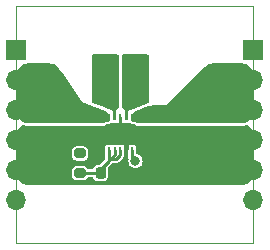
<source format=gbr>
G04 #@! TF.GenerationSoftware,KiCad,Pcbnew,(5.99.0-11522-g728b160719)*
G04 #@! TF.CreationDate,2021-08-06T10:01:17+10:00*
G04 #@! TF.ProjectId,DC-DC,44432d44-432e-46b6-9963-61645f706362,0.2*
G04 #@! TF.SameCoordinates,Original*
G04 #@! TF.FileFunction,Copper,L1,Top*
G04 #@! TF.FilePolarity,Positive*
%FSLAX46Y46*%
G04 Gerber Fmt 4.6, Leading zero omitted, Abs format (unit mm)*
G04 Created by KiCad (PCBNEW (5.99.0-11522-g728b160719)) date 2021-08-06 10:01:17*
%MOMM*%
%LPD*%
G01*
G04 APERTURE LIST*
G04 Aperture macros list*
%AMRoundRect*
0 Rectangle with rounded corners*
0 $1 Rounding radius*
0 $2 $3 $4 $5 $6 $7 $8 $9 X,Y pos of 4 corners*
0 Add a 4 corners polygon primitive as box body*
4,1,4,$2,$3,$4,$5,$6,$7,$8,$9,$2,$3,0*
0 Add four circle primitives for the rounded corners*
1,1,$1+$1,$2,$3*
1,1,$1+$1,$4,$5*
1,1,$1+$1,$6,$7*
1,1,$1+$1,$8,$9*
0 Add four rect primitives between the rounded corners*
20,1,$1+$1,$2,$3,$4,$5,0*
20,1,$1+$1,$4,$5,$6,$7,0*
20,1,$1+$1,$6,$7,$8,$9,0*
20,1,$1+$1,$8,$9,$2,$3,0*%
%AMFreePoly0*
4,1,21,-0.125000,1.200000,0.125000,1.200000,0.125000,1.700000,0.375000,1.700000,0.375000,1.200000,0.825000,1.200000,0.825000,-1.200000,0.375000,-1.200000,0.375000,-1.700000,0.125000,-1.700000,0.125000,-1.200000,-0.125000,-1.200000,-0.125000,-1.700000,-0.375000,-1.700000,-0.375000,-1.200000,-0.825000,-1.200000,-0.825000,1.200000,-0.375000,1.200000,-0.375000,1.700000,-0.125000,1.700000,
-0.125000,1.200000,-0.125000,1.200000,$1*%
G04 Aperture macros list end*
G04 #@! TA.AperFunction,Profile*
%ADD10C,0.100000*%
G04 #@! TD*
G04 #@! TA.AperFunction,SMDPad,CuDef*
%ADD11RoundRect,0.225000X-0.250000X0.225000X-0.250000X-0.225000X0.250000X-0.225000X0.250000X0.225000X0*%
G04 #@! TD*
G04 #@! TA.AperFunction,ComponentPad*
%ADD12R,1.700000X1.700000*%
G04 #@! TD*
G04 #@! TA.AperFunction,ComponentPad*
%ADD13O,1.700000X1.700000*%
G04 #@! TD*
G04 #@! TA.AperFunction,SMDPad,CuDef*
%ADD14RoundRect,0.200000X0.275000X-0.200000X0.275000X0.200000X-0.275000X0.200000X-0.275000X-0.200000X0*%
G04 #@! TD*
G04 #@! TA.AperFunction,SMDPad,CuDef*
%ADD15R,0.240000X0.600000*%
G04 #@! TD*
G04 #@! TA.AperFunction,ComponentPad*
%ADD16C,0.500000*%
G04 #@! TD*
G04 #@! TA.AperFunction,SMDPad,CuDef*
%ADD17FreePoly0,270.000000*%
G04 #@! TD*
G04 #@! TA.AperFunction,SMDPad,CuDef*
%ADD18R,0.980000X3.400000*%
G04 #@! TD*
G04 #@! TA.AperFunction,SMDPad,CuDef*
%ADD19RoundRect,0.225000X-0.225000X-0.250000X0.225000X-0.250000X0.225000X0.250000X-0.225000X0.250000X0*%
G04 #@! TD*
G04 #@! TA.AperFunction,ViaPad*
%ADD20C,0.800000*%
G04 #@! TD*
G04 #@! TA.AperFunction,Conductor*
%ADD21C,0.250000*%
G04 #@! TD*
G04 APERTURE END LIST*
D10*
X109474000Y-73152000D02*
X89408000Y-73152000D01*
X89408000Y-73152000D02*
X89408000Y-53086000D01*
X89408000Y-53086000D02*
X109474000Y-53086000D01*
X109474000Y-53086000D02*
X109474000Y-73152000D01*
D11*
G04 #@! TO.P,C3,1*
G04 #@! TO.N,+3V3*
X101643500Y-62204000D03*
G04 #@! TO.P,C3,2*
G04 #@! TO.N,GND*
X101643500Y-63754000D03*
G04 #@! TD*
G04 #@! TO.P,C1,1*
G04 #@! TO.N,VSS*
X94785500Y-62230000D03*
G04 #@! TO.P,C1,2*
G04 #@! TO.N,GND*
X94785500Y-63780000D03*
G04 #@! TD*
D12*
G04 #@! TO.P,J2,1,Pin_1*
G04 #@! TO.N,N/C*
X109474000Y-56794000D03*
D13*
G04 #@! TO.P,J2,2,Pin_2*
G04 #@! TO.N,+3V3*
X109474000Y-59334000D03*
G04 #@! TO.P,J2,3,Pin_3*
X109474000Y-61874000D03*
G04 #@! TO.P,J2,4,Pin_4*
G04 #@! TO.N,GND*
X109474000Y-64414000D03*
G04 #@! TO.P,J2,5,Pin_5*
X109474000Y-66954000D03*
G04 #@! TO.P,J2,6,Pin_6*
G04 #@! TO.N,N/C*
X109474000Y-69494000D03*
G04 #@! TD*
D12*
G04 #@! TO.P,J1,1,Pin_1*
G04 #@! TO.N,N/C*
X89408000Y-56794000D03*
D13*
G04 #@! TO.P,J1,2,Pin_2*
G04 #@! TO.N,VSS*
X89408000Y-59334000D03*
G04 #@! TO.P,J1,3,Pin_3*
X89408000Y-61874000D03*
G04 #@! TO.P,J1,4,Pin_4*
G04 #@! TO.N,GND*
X89408000Y-64414000D03*
G04 #@! TO.P,J1,5,Pin_5*
X89408000Y-66954000D03*
G04 #@! TO.P,J1,6,Pin_6*
G04 #@! TO.N,N/C*
X89408000Y-69494000D03*
G04 #@! TD*
D14*
G04 #@! TO.P,R2,1*
G04 #@! TO.N,Net-(C2-Pad1)*
X94785500Y-67183000D03*
G04 #@! TO.P,R2,2*
G04 #@! TO.N,VSS*
X94785500Y-65533000D03*
G04 #@! TD*
D15*
G04 #@! TO.P,U1,1,VOUT*
G04 #@! TO.N,+3V3*
X99214500Y-62481000D03*
G04 #@! TO.P,U1,2,L2*
G04 #@! TO.N,Net-(L1-Pad2)*
X98714500Y-62481000D03*
G04 #@! TO.P,U1,3,PGND*
G04 #@! TO.N,GND*
X98214500Y-62481000D03*
G04 #@! TO.P,U1,4,L1*
G04 #@! TO.N,Net-(L1-Pad1)*
X97714500Y-62481000D03*
G04 #@! TO.P,U1,5,VIN*
G04 #@! TO.N,VSS*
X97214500Y-62481000D03*
G04 #@! TO.P,U1,6,EN*
G04 #@! TO.N,Net-(C2-Pad1)*
X97214500Y-65281000D03*
G04 #@! TO.P,U1,7,PS/SYNC*
X97714500Y-65281000D03*
G04 #@! TO.P,U1,8,VINA*
X98214500Y-65281000D03*
G04 #@! TO.P,U1,9,GND*
G04 #@! TO.N,GND*
X98714500Y-65281000D03*
G04 #@! TO.P,U1,10,FB*
G04 #@! TO.N,+3V3*
X99214500Y-65281000D03*
D16*
G04 #@! TO.P,U1,11,PGND*
G04 #@! TO.N,GND*
X99164500Y-63881000D03*
X98214500Y-64456000D03*
X98214500Y-63306000D03*
D17*
X98214500Y-63881000D03*
D16*
X97264500Y-63881000D03*
G04 #@! TD*
D11*
G04 #@! TO.P,C4,1*
G04 #@! TO.N,+3V3*
X103548500Y-62204000D03*
G04 #@! TO.P,C4,2*
G04 #@! TO.N,GND*
X103548500Y-63754000D03*
G04 #@! TD*
D18*
G04 #@! TO.P,L1,1*
G04 #@! TO.N,Net-(L1-Pad1)*
X97029500Y-59388000D03*
G04 #@! TO.P,L1,2*
G04 #@! TO.N,Net-(L1-Pad2)*
X99399500Y-59388000D03*
G04 #@! TD*
D19*
G04 #@! TO.P,C2,1*
G04 #@! TO.N,Net-(C2-Pad1)*
X96537500Y-67183000D03*
G04 #@! TO.P,C2,2*
G04 #@! TO.N,GND*
X98087500Y-67183000D03*
G04 #@! TD*
D20*
G04 #@! TO.N,+3V3*
X99484500Y-66167000D03*
X100584000Y-62230000D03*
G04 #@! TO.N,VSS*
X94785500Y-65532000D03*
X94785500Y-62230000D03*
G04 #@! TD*
D21*
G04 #@! TO.N,GND*
X98214500Y-62481000D02*
X98214500Y-63306000D01*
G04 #@! TO.N,Net-(C2-Pad1)*
X97714500Y-65281000D02*
X97714500Y-65651000D01*
X97714500Y-65651000D02*
X97325500Y-66040000D01*
X97833500Y-66040000D02*
X97325500Y-66040000D01*
X97214500Y-66151000D02*
X97214500Y-65281000D01*
X96537500Y-66828000D02*
X97214500Y-66151000D01*
X94785500Y-67183000D02*
X96537500Y-67183000D01*
X98214500Y-65281000D02*
X98214500Y-65659000D01*
X96537500Y-67183000D02*
X96537500Y-66828000D01*
X97325500Y-66040000D02*
X97214500Y-66151000D01*
X98214500Y-65659000D02*
X97833500Y-66040000D01*
G04 #@! TO.N,+3V3*
X99214500Y-65897000D02*
X99484500Y-66167000D01*
X99214500Y-65281000D02*
X99214500Y-65897000D01*
G04 #@! TO.N,VSS*
X94785500Y-65533000D02*
X94785500Y-65532000D01*
G04 #@! TD*
G04 #@! TA.AperFunction,Conductor*
G04 #@! TO.N,VSS*
G36*
X92192099Y-57912586D02*
G01*
X92365765Y-57929401D01*
X92389591Y-57934059D01*
X92537880Y-57978242D01*
X92550936Y-57982132D01*
X92573432Y-57991277D01*
X92722551Y-58069408D01*
X92742876Y-58082700D01*
X92874244Y-58187995D01*
X92891640Y-58204938D01*
X92967126Y-58294183D01*
X93004309Y-58338144D01*
X93011703Y-58347794D01*
X93406591Y-58918187D01*
X94996000Y-61214000D01*
X96903109Y-61941804D01*
X96916939Y-61948061D01*
X97034102Y-62009833D01*
X97059024Y-62027096D01*
X97152307Y-62109981D01*
X97172383Y-62132699D01*
X97218021Y-62198963D01*
X97243159Y-62235463D01*
X97257229Y-62262325D01*
X97301404Y-62379025D01*
X97308648Y-62408470D01*
X97323381Y-62530017D01*
X97322746Y-62564890D01*
X97306867Y-62665147D01*
X97294685Y-62702638D01*
X97253854Y-62782774D01*
X97205106Y-62834390D01*
X97141587Y-62851572D01*
X97014500Y-62851572D01*
X97008432Y-62852779D01*
X96948439Y-62864712D01*
X96948438Y-62864712D01*
X96936269Y-62867133D01*
X96869948Y-62911448D01*
X96863057Y-62921761D01*
X96863053Y-62921765D01*
X96853541Y-62936001D01*
X96799065Y-62981529D01*
X96748776Y-62992000D01*
X90414187Y-62992000D01*
X90401837Y-62991393D01*
X90225260Y-62974001D01*
X90201043Y-62969185D01*
X90037190Y-62919482D01*
X90014371Y-62910029D01*
X89905005Y-62851572D01*
X89863369Y-62829317D01*
X89842842Y-62815601D01*
X89710479Y-62706974D01*
X89693026Y-62689521D01*
X89584399Y-62557158D01*
X89570681Y-62536628D01*
X89567148Y-62530017D01*
X89489971Y-62385629D01*
X89480518Y-62362809D01*
X89445704Y-62248042D01*
X89430815Y-62198957D01*
X89425998Y-62174737D01*
X89408607Y-61998163D01*
X89408000Y-61985813D01*
X89408000Y-58918187D01*
X89408607Y-58905837D01*
X89425998Y-58729263D01*
X89430815Y-58705043D01*
X89480518Y-58541190D01*
X89489971Y-58518371D01*
X89570681Y-58367372D01*
X89584399Y-58346842D01*
X89693026Y-58214479D01*
X89710479Y-58197026D01*
X89842842Y-58088399D01*
X89863369Y-58074683D01*
X90014371Y-57993971D01*
X90037191Y-57984518D01*
X90045057Y-57982132D01*
X90201043Y-57934815D01*
X90225260Y-57929999D01*
X90401837Y-57912607D01*
X90414187Y-57912000D01*
X92179956Y-57912000D01*
X92192099Y-57912586D01*
G37*
G04 #@! TD.AperFunction*
G04 #@! TD*
G04 #@! TA.AperFunction,Conductor*
G04 #@! TO.N,GND*
G36*
X99135351Y-63008033D02*
G01*
X99162946Y-63023469D01*
X99196411Y-63033295D01*
X99226744Y-63042202D01*
X99226748Y-63042203D01*
X99231067Y-63043471D01*
X99235515Y-63044111D01*
X99235522Y-63044112D01*
X99282965Y-63050933D01*
X99282972Y-63050933D01*
X99287413Y-63051572D01*
X99356178Y-63051572D01*
X99424299Y-63071574D01*
X99444476Y-63087687D01*
X99471947Y-63114673D01*
X99555757Y-63163897D01*
X99563187Y-63166079D01*
X99563188Y-63166079D01*
X99619555Y-63182630D01*
X99619559Y-63182631D01*
X99623878Y-63183899D01*
X99628326Y-63184539D01*
X99628333Y-63184540D01*
X99675776Y-63191361D01*
X99675783Y-63191361D01*
X99680224Y-63192000D01*
X108467813Y-63192000D01*
X108468544Y-63191982D01*
X108468549Y-63191982D01*
X108471366Y-63191913D01*
X108477631Y-63191759D01*
X108478424Y-63191720D01*
X108478452Y-63191719D01*
X108484517Y-63191421D01*
X108489981Y-63191152D01*
X108499767Y-63190430D01*
X108500522Y-63190356D01*
X108500541Y-63190354D01*
X108674822Y-63173188D01*
X108674826Y-63173188D01*
X108676344Y-63173038D01*
X108677841Y-63172816D01*
X108677849Y-63172815D01*
X108694233Y-63170385D01*
X108694234Y-63170385D01*
X108695750Y-63170160D01*
X108719967Y-63165344D01*
X108721452Y-63164972D01*
X108721461Y-63164970D01*
X108726759Y-63163643D01*
X108739013Y-63160573D01*
X108874485Y-63119479D01*
X108945477Y-63118846D01*
X108970452Y-63128931D01*
X109018628Y-63154682D01*
X109039158Y-63168399D01*
X109171521Y-63277026D01*
X109188974Y-63294479D01*
X109297601Y-63426842D01*
X109311319Y-63447372D01*
X109392029Y-63598371D01*
X109401482Y-63621190D01*
X109451185Y-63785043D01*
X109456002Y-63809263D01*
X109473393Y-63985837D01*
X109474000Y-63998187D01*
X109474000Y-67192813D01*
X109473393Y-67205163D01*
X109456002Y-67381737D01*
X109451185Y-67405957D01*
X109423111Y-67498506D01*
X109401482Y-67569809D01*
X109392029Y-67592629D01*
X109372934Y-67628353D01*
X109332480Y-67704039D01*
X109311319Y-67743628D01*
X109297601Y-67764158D01*
X109188974Y-67896521D01*
X109171521Y-67913974D01*
X109039158Y-68022601D01*
X109018631Y-68036317D01*
X108926417Y-68085607D01*
X108867629Y-68117029D01*
X108844810Y-68126482D01*
X108680957Y-68176185D01*
X108656740Y-68181001D01*
X108480163Y-68198393D01*
X108467813Y-68199000D01*
X90414187Y-68199000D01*
X90401837Y-68198393D01*
X90225260Y-68181001D01*
X90201043Y-68176185D01*
X90037190Y-68126482D01*
X90014371Y-68117029D01*
X89955583Y-68085607D01*
X89863369Y-68036317D01*
X89842842Y-68022601D01*
X89710479Y-67913974D01*
X89693026Y-67896521D01*
X89584399Y-67764158D01*
X89570681Y-67743628D01*
X89549521Y-67704039D01*
X89509066Y-67628353D01*
X89489971Y-67592629D01*
X89480518Y-67569809D01*
X89458889Y-67498506D01*
X89430815Y-67405957D01*
X89425998Y-67381737D01*
X89408607Y-67205163D01*
X89408000Y-67192813D01*
X89408000Y-66951481D01*
X94110000Y-66951481D01*
X94110001Y-67414518D01*
X94110776Y-67419411D01*
X94110776Y-67419412D01*
X94118232Y-67466488D01*
X94124854Y-67508304D01*
X94129357Y-67517141D01*
X94129357Y-67517142D01*
X94135145Y-67528502D01*
X94182450Y-67621342D01*
X94272158Y-67711050D01*
X94385196Y-67768646D01*
X94394985Y-67770196D01*
X94394987Y-67770197D01*
X94422264Y-67774517D01*
X94478981Y-67783500D01*
X94785438Y-67783500D01*
X95092018Y-67783499D01*
X95096912Y-67782724D01*
X95176006Y-67770198D01*
X95176008Y-67770197D01*
X95185804Y-67768646D01*
X95298842Y-67711050D01*
X95388550Y-67621342D01*
X95410992Y-67577297D01*
X95459740Y-67525682D01*
X95523259Y-67508500D01*
X95796206Y-67508500D01*
X95864327Y-67528502D01*
X95908473Y-67577297D01*
X95963972Y-67686220D01*
X96059280Y-67781528D01*
X96179374Y-67842719D01*
X96189163Y-67844269D01*
X96189165Y-67844270D01*
X96218649Y-67848940D01*
X96279012Y-67858500D01*
X96795988Y-67858500D01*
X96856351Y-67848940D01*
X96885835Y-67844270D01*
X96885837Y-67844269D01*
X96895626Y-67842719D01*
X97015720Y-67781528D01*
X97111028Y-67686220D01*
X97172219Y-67566126D01*
X97188000Y-67466488D01*
X97188000Y-66899512D01*
X97172219Y-66799874D01*
X97164408Y-66784544D01*
X97151304Y-66714767D01*
X97178004Y-66648982D01*
X97187580Y-66638246D01*
X97423421Y-66402405D01*
X97485733Y-66368379D01*
X97512516Y-66365500D01*
X97813790Y-66365500D01*
X97824772Y-66365980D01*
X97851320Y-66368303D01*
X97851322Y-66368303D01*
X97862307Y-66369264D01*
X97898715Y-66359508D01*
X97909442Y-66357130D01*
X97912801Y-66356538D01*
X97946545Y-66350588D01*
X97956090Y-66345077D01*
X97959366Y-66343885D01*
X97962534Y-66342408D01*
X97973184Y-66339554D01*
X98004044Y-66317945D01*
X98013315Y-66312039D01*
X98036406Y-66298707D01*
X98045955Y-66293194D01*
X98070179Y-66264325D01*
X98077606Y-66256220D01*
X98166826Y-66167000D01*
X98878818Y-66167000D01*
X98899456Y-66323762D01*
X98959964Y-66469841D01*
X99056218Y-66595282D01*
X99181659Y-66691536D01*
X99327738Y-66752044D01*
X99335926Y-66753122D01*
X99338729Y-66753491D01*
X99484500Y-66772682D01*
X99492688Y-66771604D01*
X99633074Y-66753122D01*
X99641262Y-66752044D01*
X99787341Y-66691536D01*
X99912782Y-66595282D01*
X100009036Y-66469841D01*
X100069544Y-66323762D01*
X100090182Y-66167000D01*
X100076826Y-66065550D01*
X100070622Y-66018426D01*
X100069544Y-66010238D01*
X100009036Y-65864159D01*
X99912782Y-65738718D01*
X99787341Y-65642464D01*
X99641262Y-65581956D01*
X99633301Y-65580908D01*
X99572768Y-65544013D01*
X99541745Y-65480153D01*
X99540000Y-65459256D01*
X99540000Y-65252525D01*
X99536914Y-65235023D01*
X99535000Y-65213144D01*
X99535000Y-64961252D01*
X99529067Y-64931423D01*
X99525788Y-64914939D01*
X99525788Y-64914938D01*
X99523367Y-64902769D01*
X99479052Y-64836448D01*
X99412731Y-64792133D01*
X99400562Y-64789712D01*
X99400561Y-64789712D01*
X99360316Y-64781707D01*
X99354248Y-64780500D01*
X99074752Y-64780500D01*
X99068684Y-64781707D01*
X99028439Y-64789712D01*
X99028438Y-64789712D01*
X99016269Y-64792133D01*
X98949948Y-64836448D01*
X98905633Y-64902769D01*
X98903212Y-64914938D01*
X98903212Y-64914939D01*
X98899933Y-64931423D01*
X98894000Y-64961252D01*
X98894000Y-65213144D01*
X98892086Y-65235023D01*
X98889000Y-65252525D01*
X98889000Y-65877290D01*
X98888520Y-65888272D01*
X98885236Y-65925807D01*
X98894993Y-65962220D01*
X98897374Y-65972963D01*
X98898011Y-65976579D01*
X98898844Y-66014885D01*
X98892174Y-66065550D01*
X98878818Y-66167000D01*
X98166826Y-66167000D01*
X98430728Y-65903099D01*
X98438832Y-65895673D01*
X98459250Y-65878540D01*
X98467694Y-65871455D01*
X98473204Y-65861912D01*
X98473207Y-65861908D01*
X98486536Y-65838821D01*
X98492441Y-65829551D01*
X98507732Y-65807713D01*
X98514054Y-65798684D01*
X98516907Y-65788036D01*
X98518386Y-65784865D01*
X98519578Y-65781589D01*
X98525088Y-65772045D01*
X98531634Y-65734924D01*
X98534008Y-65724217D01*
X98543763Y-65687807D01*
X98540479Y-65650269D01*
X98540000Y-65639288D01*
X98540000Y-65252525D01*
X98536914Y-65235023D01*
X98535000Y-65213144D01*
X98535000Y-64961252D01*
X98529067Y-64931423D01*
X98525788Y-64914939D01*
X98525788Y-64914938D01*
X98523367Y-64902769D01*
X98479052Y-64836448D01*
X98412731Y-64792133D01*
X98400562Y-64789712D01*
X98400561Y-64789712D01*
X98360316Y-64781707D01*
X98354248Y-64780500D01*
X98074752Y-64780500D01*
X98016269Y-64792133D01*
X98009653Y-64796554D01*
X97942130Y-64803814D01*
X97920870Y-64797571D01*
X97912731Y-64792133D01*
X97854248Y-64780500D01*
X97574752Y-64780500D01*
X97516269Y-64792133D01*
X97509653Y-64796554D01*
X97442130Y-64803814D01*
X97420870Y-64797571D01*
X97412731Y-64792133D01*
X97354248Y-64780500D01*
X97074752Y-64780500D01*
X97068684Y-64781707D01*
X97028439Y-64789712D01*
X97028438Y-64789712D01*
X97016269Y-64792133D01*
X96949948Y-64836448D01*
X96905633Y-64902769D01*
X96903212Y-64914938D01*
X96903212Y-64914939D01*
X96899933Y-64931423D01*
X96894000Y-64961252D01*
X96894000Y-65213144D01*
X96892086Y-65235023D01*
X96889000Y-65252525D01*
X96889000Y-65963984D01*
X96868998Y-66032105D01*
X96852095Y-66053079D01*
X96434579Y-66470595D01*
X96372267Y-66504621D01*
X96345484Y-66507500D01*
X96279012Y-66507500D01*
X96218649Y-66517060D01*
X96189165Y-66521730D01*
X96189163Y-66521731D01*
X96179374Y-66523281D01*
X96059280Y-66584472D01*
X95963972Y-66679780D01*
X95959472Y-66688612D01*
X95908473Y-66788703D01*
X95859725Y-66840318D01*
X95796206Y-66857500D01*
X95523259Y-66857500D01*
X95455138Y-66837498D01*
X95410992Y-66788703D01*
X95393050Y-66753490D01*
X95388550Y-66744658D01*
X95298842Y-66654950D01*
X95185804Y-66597354D01*
X95176015Y-66595804D01*
X95176013Y-66595803D01*
X95148651Y-66591470D01*
X95092019Y-66582500D01*
X94785562Y-66582500D01*
X94478982Y-66582501D01*
X94474089Y-66583276D01*
X94474088Y-66583276D01*
X94394994Y-66595802D01*
X94394992Y-66595803D01*
X94385196Y-66597354D01*
X94272158Y-66654950D01*
X94182450Y-66744658D01*
X94124854Y-66857696D01*
X94110000Y-66951481D01*
X89408000Y-66951481D01*
X89408000Y-65301481D01*
X94110000Y-65301481D01*
X94110001Y-65764518D01*
X94124854Y-65858304D01*
X94182450Y-65971342D01*
X94272158Y-66061050D01*
X94385196Y-66118646D01*
X94394985Y-66120196D01*
X94394987Y-66120197D01*
X94422349Y-66124530D01*
X94478981Y-66133500D01*
X94745476Y-66133500D01*
X94761920Y-66134578D01*
X94785500Y-66137682D01*
X94793687Y-66136604D01*
X94793688Y-66136604D01*
X94809083Y-66134577D01*
X94825531Y-66133499D01*
X95092018Y-66133499D01*
X95096912Y-66132724D01*
X95176006Y-66120198D01*
X95176008Y-66120197D01*
X95185804Y-66118646D01*
X95298842Y-66061050D01*
X95388550Y-65971342D01*
X95446146Y-65858304D01*
X95461000Y-65764519D01*
X95460999Y-65301482D01*
X95453246Y-65252525D01*
X95447698Y-65217494D01*
X95447697Y-65217492D01*
X95446146Y-65207696D01*
X95388550Y-65094658D01*
X95298842Y-65004950D01*
X95185804Y-64947354D01*
X95176015Y-64945804D01*
X95176013Y-64945803D01*
X95148651Y-64941470D01*
X95092019Y-64932500D01*
X94840716Y-64932500D01*
X94824271Y-64931422D01*
X94793689Y-64927396D01*
X94785500Y-64926318D01*
X94746734Y-64931422D01*
X94746726Y-64931423D01*
X94730279Y-64932501D01*
X94478982Y-64932501D01*
X94474089Y-64933276D01*
X94474088Y-64933276D01*
X94394994Y-64945802D01*
X94394992Y-64945803D01*
X94385196Y-64947354D01*
X94272158Y-65004950D01*
X94182450Y-65094658D01*
X94124854Y-65207696D01*
X94110000Y-65301481D01*
X89408000Y-65301481D01*
X89408000Y-63998187D01*
X89408607Y-63985837D01*
X89425998Y-63809263D01*
X89430815Y-63785043D01*
X89480518Y-63621190D01*
X89489971Y-63598371D01*
X89570681Y-63447372D01*
X89584399Y-63426842D01*
X89693026Y-63294479D01*
X89710479Y-63277026D01*
X89842842Y-63168399D01*
X89863372Y-63154682D01*
X89911546Y-63128932D01*
X89981051Y-63114460D01*
X90007513Y-63119478D01*
X90142987Y-63160573D01*
X90155241Y-63163643D01*
X90160539Y-63164970D01*
X90160548Y-63164972D01*
X90162033Y-63165344D01*
X90186250Y-63170160D01*
X90187766Y-63170385D01*
X90187767Y-63170385D01*
X90204151Y-63172815D01*
X90204159Y-63172816D01*
X90205656Y-63173038D01*
X90207174Y-63173188D01*
X90207178Y-63173188D01*
X90381459Y-63190354D01*
X90381478Y-63190356D01*
X90382233Y-63190430D01*
X90392019Y-63191152D01*
X90397483Y-63191421D01*
X90403548Y-63191719D01*
X90403576Y-63191720D01*
X90404369Y-63191759D01*
X90410634Y-63191913D01*
X90413451Y-63191982D01*
X90413456Y-63191982D01*
X90414187Y-63192000D01*
X96748776Y-63192000D01*
X96751990Y-63191669D01*
X96786324Y-63188133D01*
X96786329Y-63188132D01*
X96789545Y-63187801D01*
X96839834Y-63177330D01*
X96849164Y-63172815D01*
X96920348Y-63138365D01*
X96920347Y-63138365D01*
X96927320Y-63134991D01*
X96981796Y-63089463D01*
X96984194Y-63086793D01*
X97046902Y-63053993D01*
X97071481Y-63051572D01*
X97141587Y-63051572D01*
X97145709Y-63051024D01*
X97145714Y-63051024D01*
X97189678Y-63045182D01*
X97193810Y-63044633D01*
X97197824Y-63043547D01*
X97197830Y-63043546D01*
X97255813Y-63027861D01*
X97257329Y-63027451D01*
X97262183Y-63025871D01*
X97268278Y-63023888D01*
X97268280Y-63023887D01*
X97276527Y-63021203D01*
X97283734Y-63016382D01*
X97283738Y-63016380D01*
X97288387Y-63013270D01*
X97358442Y-62992000D01*
X99073842Y-62992000D01*
X99135351Y-63008033D01*
G37*
G04 #@! TD.AperFunction*
G04 #@! TD*
G04 #@! TA.AperFunction,Conductor*
G04 #@! TO.N,+3V3*
G36*
X108480163Y-57912607D02*
G01*
X108656740Y-57929999D01*
X108680957Y-57934815D01*
X108844809Y-57984518D01*
X108867629Y-57993971D01*
X109018631Y-58074683D01*
X109039158Y-58088399D01*
X109171521Y-58197026D01*
X109188974Y-58214479D01*
X109297601Y-58346842D01*
X109311319Y-58367372D01*
X109392029Y-58518371D01*
X109401482Y-58541190D01*
X109451185Y-58705043D01*
X109456002Y-58729263D01*
X109473393Y-58905837D01*
X109474000Y-58918187D01*
X109474000Y-61985813D01*
X109473393Y-61998163D01*
X109460187Y-62132249D01*
X109456002Y-62174737D01*
X109451185Y-62198957D01*
X109401482Y-62362809D01*
X109392029Y-62385629D01*
X109314844Y-62530034D01*
X109311319Y-62536628D01*
X109297601Y-62557158D01*
X109188974Y-62689521D01*
X109171521Y-62706974D01*
X109039158Y-62815601D01*
X109018631Y-62829317D01*
X108976995Y-62851572D01*
X108867629Y-62910029D01*
X108844810Y-62919482D01*
X108680957Y-62969185D01*
X108656740Y-62974001D01*
X108480163Y-62991393D01*
X108467813Y-62992000D01*
X99680224Y-62992000D01*
X99612103Y-62971998D01*
X99575459Y-62936001D01*
X99565947Y-62921765D01*
X99565943Y-62921761D01*
X99559052Y-62911448D01*
X99492731Y-62867133D01*
X99480562Y-62864712D01*
X99480561Y-62864712D01*
X99420568Y-62852779D01*
X99414500Y-62851572D01*
X99287413Y-62851572D01*
X99219292Y-62831570D01*
X99175146Y-62782774D01*
X99134315Y-62702638D01*
X99122133Y-62665146D01*
X99106252Y-62564873D01*
X99105613Y-62530034D01*
X99120332Y-62408334D01*
X99127545Y-62378949D01*
X99171688Y-62262057D01*
X99185698Y-62235241D01*
X99256433Y-62132249D01*
X99276434Y-62109544D01*
X99369684Y-62026384D01*
X99394522Y-62009102D01*
X99511662Y-61946992D01*
X99525455Y-61940710D01*
X100575797Y-61536732D01*
X100586767Y-61533081D01*
X100746458Y-61487959D01*
X100769169Y-61483742D01*
X100934420Y-61468530D01*
X100945970Y-61468000D01*
X102108000Y-61468000D01*
X103875563Y-59690000D01*
X105345500Y-58211383D01*
X105354663Y-58203031D01*
X105492055Y-58089682D01*
X105512631Y-58075869D01*
X105588340Y-58035222D01*
X105664047Y-57994577D01*
X105686938Y-57985056D01*
X105851334Y-57934989D01*
X105875646Y-57930134D01*
X106052884Y-57912611D01*
X106065281Y-57912000D01*
X108467813Y-57912000D01*
X108480163Y-57912607D01*
G37*
G04 #@! TD.AperFunction*
G04 #@! TD*
G04 #@! TA.AperFunction,Conductor*
G04 #@! TO.N,Net-(L1-Pad1)*
G36*
X98029621Y-57170002D02*
G01*
X98076114Y-57223658D01*
X98087500Y-57276000D01*
X98087500Y-61542810D01*
X98067498Y-61610931D01*
X98050595Y-61631905D01*
X97833500Y-61849000D01*
X97833500Y-62612000D01*
X97813498Y-62680121D01*
X97759842Y-62726614D01*
X97707500Y-62738000D01*
X97705500Y-62738000D01*
X97637379Y-62717998D01*
X97590886Y-62664342D01*
X97579500Y-62612000D01*
X97579500Y-61976000D01*
X96776612Y-61631905D01*
X95877866Y-61246728D01*
X95823133Y-61201509D01*
X95801500Y-61130916D01*
X95801500Y-57276000D01*
X95821502Y-57207879D01*
X95875158Y-57161386D01*
X95927500Y-57150000D01*
X97961500Y-57150000D01*
X98029621Y-57170002D01*
G37*
G04 #@! TD.AperFunction*
G04 #@! TD*
G04 #@! TA.AperFunction,Conductor*
G04 #@! TO.N,Net-(L1-Pad2)*
G36*
X100569621Y-57170002D02*
G01*
X100616114Y-57223658D01*
X100627500Y-57276000D01*
X100627500Y-61130916D01*
X100607498Y-61199037D01*
X100551134Y-61246728D01*
X99989473Y-61487440D01*
X98849500Y-61976000D01*
X98849500Y-62612000D01*
X98829498Y-62680121D01*
X98775842Y-62726614D01*
X98723500Y-62738000D01*
X98721500Y-62738000D01*
X98653379Y-62717998D01*
X98606886Y-62664342D01*
X98595500Y-62612000D01*
X98595500Y-61849000D01*
X98378405Y-61631905D01*
X98344379Y-61569593D01*
X98341500Y-61542810D01*
X98341500Y-57276000D01*
X98361502Y-57207879D01*
X98415158Y-57161386D01*
X98467500Y-57150000D01*
X100501500Y-57150000D01*
X100569621Y-57170002D01*
G37*
G04 #@! TD.AperFunction*
G04 #@! TD*
M02*

</source>
